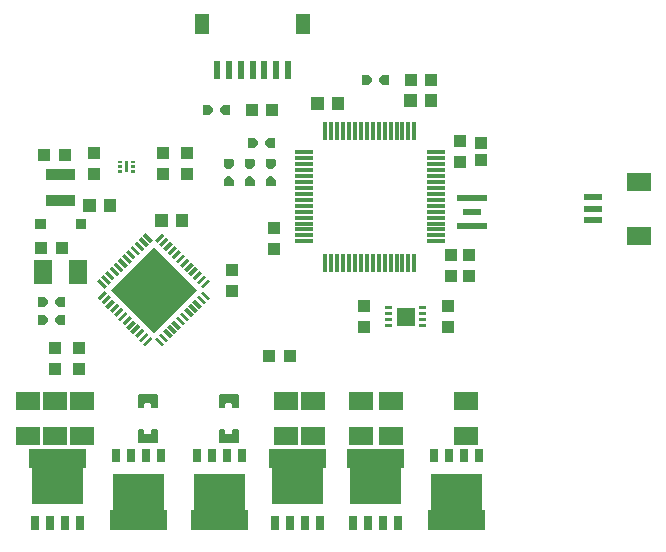
<source format=gtp>
G04 Layer: TopPasteMaskLayer*
G04 EasyEDA v6.4.17, 2021-03-02T09:49:47--3:00*
G04 75982556833f470fbfa1e054b907e15e,59636247558045d2802cba280e4ac9d9,10*
G04 Gerber Generator version 0.2*
G04 Scale: 100 percent, Rotated: No, Reflected: No *
G04 Dimensions in inches *
G04 leading zeros omitted , absolute positions ,3 integer and 6 decimal *
%FSLAX36Y36*%
%MOIN*%

%ADD18R,0.0610X0.0236*%
%ADD19R,0.0787X0.0591*%
%ADD20R,0.0433X0.0394*%
%ADD22R,0.0430X0.0390*%
%ADD23R,0.0236X0.0610*%
%ADD24R,0.0472X0.0709*%
%ADD29R,0.0984X0.0197*%
%ADD30R,0.0630X0.0197*%
%ADD31R,0.0120X0.0630*%
%ADD32R,0.0630X0.0120*%
%ADD39R,0.0787X0.0591*%
%ADD40R,0.0413X0.0425*%
%ADD41R,0.0425X0.0413*%
%ADD42R,0.0591X0.0787*%

%LPD*%
G36*
X-574480Y195539D02*
G01*
X-577000Y193020D01*
X-577000Y173200D01*
X-565440Y162399D01*
X-554560Y162399D01*
X-543000Y173200D01*
X-543000Y193020D01*
X-545520Y195539D01*
G37*
G36*
X-565440Y137600D02*
G01*
X-577000Y126800D01*
X-577000Y106980D01*
X-574480Y104460D01*
X-545520Y104460D01*
X-543000Y106980D01*
X-543000Y126800D01*
X-554560Y137600D01*
G37*
G36*
X-504480Y195539D02*
G01*
X-507000Y193020D01*
X-507000Y173200D01*
X-495439Y162399D01*
X-484560Y162399D01*
X-473000Y173200D01*
X-473000Y193020D01*
X-475520Y195539D01*
G37*
G36*
X-495439Y137600D02*
G01*
X-507000Y126800D01*
X-507000Y106980D01*
X-504480Y104460D01*
X-475520Y104460D01*
X-473000Y106980D01*
X-473000Y126800D01*
X-484560Y137600D01*
G37*
G36*
X-563020Y267000D02*
G01*
X-565540Y264480D01*
X-565540Y235520D01*
X-563020Y233000D01*
X-543200Y233000D01*
X-532400Y244560D01*
X-532400Y255440D01*
X-543200Y267000D01*
G37*
G36*
X-496800Y267000D02*
G01*
X-507600Y255440D01*
X-507600Y244560D01*
X-496800Y233000D01*
X-476980Y233000D01*
X-474460Y235520D01*
X-474460Y264480D01*
X-476980Y267000D01*
G37*
G36*
X-659539Y-704440D02*
G01*
X-663480Y-708379D01*
X-663480Y-748060D01*
X-659539Y-751979D01*
X-600460Y-751979D01*
X-596520Y-748060D01*
X-596520Y-708379D01*
X-600460Y-704440D01*
X-614680Y-704440D01*
X-618620Y-708379D01*
X-618620Y-716680D01*
X-622560Y-720620D01*
X-637440Y-720620D01*
X-641380Y-716680D01*
X-641380Y-708379D01*
X-645320Y-704440D01*
G37*
G36*
X-659539Y-588020D02*
G01*
X-663480Y-591940D01*
X-663480Y-631620D01*
X-659539Y-635560D01*
X-645320Y-635560D01*
X-641380Y-631620D01*
X-641380Y-623320D01*
X-637440Y-619380D01*
X-622560Y-619380D01*
X-618620Y-623320D01*
X-618620Y-631620D01*
X-614680Y-635560D01*
X-600460Y-635560D01*
X-596520Y-631620D01*
X-596520Y-591940D01*
X-600460Y-588020D01*
G37*
G36*
X-929539Y-704440D02*
G01*
X-933480Y-708379D01*
X-933480Y-748060D01*
X-929539Y-751979D01*
X-870460Y-751979D01*
X-866520Y-748060D01*
X-866520Y-708379D01*
X-870460Y-704440D01*
X-884680Y-704440D01*
X-888620Y-708379D01*
X-888620Y-716680D01*
X-892560Y-720620D01*
X-907440Y-720620D01*
X-911380Y-716680D01*
X-911380Y-708379D01*
X-915320Y-704440D01*
G37*
G36*
X-929539Y-588020D02*
G01*
X-933480Y-591940D01*
X-933480Y-631620D01*
X-929539Y-635560D01*
X-915320Y-635560D01*
X-911380Y-631620D01*
X-911380Y-623320D01*
X-907440Y-619380D01*
X-892560Y-619380D01*
X-888620Y-623320D01*
X-888620Y-631620D01*
X-884680Y-635560D01*
X-870460Y-635560D01*
X-866520Y-631620D01*
X-866520Y-591940D01*
X-870460Y-588020D01*
G37*
G36*
X-183020Y477000D02*
G01*
X-185539Y474480D01*
X-185539Y445520D01*
X-183020Y443000D01*
X-163200Y443000D01*
X-152400Y454560D01*
X-152400Y465439D01*
X-163200Y477000D01*
G37*
G36*
X-116800Y477000D02*
G01*
X-127600Y465439D01*
X-127600Y454560D01*
X-116800Y443000D01*
X-96980Y443000D01*
X-94460Y445520D01*
X-94460Y474480D01*
X-96980Y477000D01*
G37*
G36*
X-1263020Y-263000D02*
G01*
X-1265540Y-265520D01*
X-1265540Y-294480D01*
X-1263020Y-297000D01*
X-1243200Y-297000D01*
X-1232400Y-285440D01*
X-1232400Y-274560D01*
X-1243200Y-263000D01*
G37*
G36*
X-1196800Y-263000D02*
G01*
X-1207600Y-274560D01*
X-1207600Y-285440D01*
X-1196800Y-297000D01*
X-1176980Y-297000D01*
X-1174460Y-294480D01*
X-1174460Y-265520D01*
X-1176980Y-263000D01*
G37*
G36*
X-1196800Y-323000D02*
G01*
X-1207600Y-334560D01*
X-1207600Y-345439D01*
X-1196800Y-357000D01*
X-1176980Y-357000D01*
X-1174460Y-354480D01*
X-1174460Y-325520D01*
X-1176980Y-323000D01*
G37*
G36*
X-1263020Y-323000D02*
G01*
X-1265540Y-325520D01*
X-1265540Y-354480D01*
X-1263020Y-357000D01*
X-1243200Y-357000D01*
X-1232400Y-345439D01*
X-1232400Y-334560D01*
X-1243200Y-323000D01*
G37*
G36*
X-635440Y137600D02*
G01*
X-647000Y126800D01*
X-647000Y106980D01*
X-644479Y104460D01*
X-615520Y104460D01*
X-613000Y106980D01*
X-613000Y126800D01*
X-624560Y137600D01*
G37*
G36*
X-644479Y195539D02*
G01*
X-647000Y193020D01*
X-647000Y173200D01*
X-635440Y162399D01*
X-624560Y162399D01*
X-613000Y173200D01*
X-613000Y193020D01*
X-615520Y195539D01*
G37*
G36*
X-713020Y377000D02*
G01*
X-715540Y374480D01*
X-715540Y345520D01*
X-713020Y343000D01*
X-693199Y343000D01*
X-682400Y354560D01*
X-682400Y365439D01*
X-693199Y377000D01*
G37*
G36*
X-646800Y377000D02*
G01*
X-657600Y365439D01*
X-657600Y354560D01*
X-646800Y343000D01*
X-626980Y343000D01*
X-624460Y345520D01*
X-624460Y374480D01*
X-626980Y377000D01*
G37*
D18*
G01*
X583720Y-9370D03*
G01*
X583720Y30000D03*
G01*
X583720Y69369D03*
D19*
G01*
X736279Y120550D03*
G01*
X736279Y-60550D03*
D20*
G01*
X210000Y247560D03*
G01*
X210000Y192440D03*
G36*
X-1239213Y161024D02*
G01*
X-1140787Y161024D01*
X-1140787Y125591D01*
X-1239213Y125591D01*
G37*
G36*
X-1239213Y74408D02*
G01*
X-1140787Y74408D01*
X-1140787Y38976D01*
X-1239213Y38976D01*
G37*
D22*
G01*
X-486500Y360000D03*
G01*
X-553500Y360000D03*
G01*
X-23500Y460000D03*
G01*
X43500Y460000D03*
D23*
G01*
X-431890Y493720D03*
G01*
X-471260Y493720D03*
G01*
X-510630Y493720D03*
G01*
X-550000Y493720D03*
G01*
X-589370Y493720D03*
G01*
X-628740Y493720D03*
D24*
G01*
X-380710Y646280D03*
G01*
X-719290Y646280D03*
D23*
G01*
X-668110Y493720D03*
G36*
X-1238800Y-994860D02*
G01*
X-1211200Y-994860D01*
X-1211200Y-1040060D01*
X-1238800Y-1040060D01*
G37*
G36*
X-1288800Y-994665D02*
G01*
X-1261200Y-994665D01*
X-1261200Y-1039865D01*
X-1288800Y-1039865D01*
G37*
G36*
X-1188800Y-994860D02*
G01*
X-1161200Y-994860D01*
X-1161200Y-1040060D01*
X-1188800Y-1040060D01*
G37*
G36*
X-1138800Y-994665D02*
G01*
X-1111200Y-994665D01*
X-1111200Y-1039865D01*
X-1138800Y-1039865D01*
G37*
G36*
X-1105512Y-770022D02*
G01*
X-1294488Y-770022D01*
X-1294488Y-834982D01*
X-1284646Y-834982D01*
X-1284646Y-955061D01*
X-1115355Y-955061D01*
X-1115355Y-834982D01*
X-1105512Y-834982D01*
G37*
G36*
X-891200Y-815140D02*
G01*
X-918800Y-815140D01*
X-918800Y-769940D01*
X-891200Y-769940D01*
G37*
G36*
X-841200Y-815335D02*
G01*
X-868800Y-815335D01*
X-868800Y-770134D01*
X-841200Y-770134D01*
G37*
G36*
X-941200Y-815140D02*
G01*
X-968800Y-815140D01*
X-968800Y-769940D01*
X-941200Y-769940D01*
G37*
G36*
X-991200Y-815335D02*
G01*
X-1018800Y-815335D01*
X-1018800Y-770134D01*
X-991200Y-770134D01*
G37*
G36*
X-1024488Y-1039978D02*
G01*
X-835512Y-1039978D01*
X-835512Y-975018D01*
X-845354Y-975018D01*
X-845354Y-854939D01*
X-1014645Y-854939D01*
X-1014645Y-975018D01*
X-1024488Y-975018D01*
G37*
G36*
X-438800Y-994860D02*
G01*
X-411200Y-994860D01*
X-411200Y-1040060D01*
X-438800Y-1040060D01*
G37*
G36*
X-488800Y-994665D02*
G01*
X-461200Y-994665D01*
X-461200Y-1039865D01*
X-488800Y-1039865D01*
G37*
G36*
X-388799Y-994860D02*
G01*
X-361200Y-994860D01*
X-361200Y-1040060D01*
X-388799Y-1040060D01*
G37*
G36*
X-338799Y-994665D02*
G01*
X-311200Y-994665D01*
X-311200Y-1039865D01*
X-338799Y-1039865D01*
G37*
G36*
X-305512Y-770022D02*
G01*
X-494488Y-770022D01*
X-494488Y-834982D01*
X-484646Y-834982D01*
X-484646Y-955061D01*
X-315355Y-955061D01*
X-315355Y-834982D01*
X-305512Y-834982D01*
G37*
G36*
X-621200Y-815140D02*
G01*
X-648800Y-815140D01*
X-648800Y-769940D01*
X-621200Y-769940D01*
G37*
G36*
X-571200Y-815335D02*
G01*
X-598800Y-815335D01*
X-598800Y-770134D01*
X-571200Y-770134D01*
G37*
G36*
X-671200Y-815140D02*
G01*
X-698800Y-815140D01*
X-698800Y-769940D01*
X-671200Y-769940D01*
G37*
G36*
X-721200Y-815335D02*
G01*
X-748800Y-815335D01*
X-748800Y-770134D01*
X-721200Y-770134D01*
G37*
G36*
X-754488Y-1039978D02*
G01*
X-565512Y-1039978D01*
X-565512Y-975018D01*
X-575354Y-975018D01*
X-575354Y-854939D01*
X-744645Y-854939D01*
X-744645Y-975018D01*
X-754488Y-975018D01*
G37*
G36*
X-178800Y-994860D02*
G01*
X-151199Y-994860D01*
X-151199Y-1040060D01*
X-178800Y-1040060D01*
G37*
G36*
X-228800Y-994665D02*
G01*
X-201199Y-994665D01*
X-201199Y-1039865D01*
X-228800Y-1039865D01*
G37*
G36*
X-128800Y-994860D02*
G01*
X-101199Y-994860D01*
X-101199Y-1040060D01*
X-128800Y-1040060D01*
G37*
G36*
X-78800Y-994665D02*
G01*
X-51199Y-994665D01*
X-51199Y-1039865D01*
X-78800Y-1039865D01*
G37*
G36*
X-45512Y-770022D02*
G01*
X-234487Y-770022D01*
X-234487Y-834982D01*
X-224645Y-834982D01*
X-224645Y-955061D01*
X-55354Y-955061D01*
X-55354Y-834982D01*
X-45512Y-834982D01*
G37*
G36*
X168799Y-815140D02*
G01*
X141200Y-815140D01*
X141200Y-769940D01*
X168799Y-769940D01*
G37*
G36*
X218799Y-815335D02*
G01*
X191200Y-815335D01*
X191200Y-770134D01*
X218799Y-770134D01*
G37*
G36*
X118799Y-815140D02*
G01*
X91200Y-815140D01*
X91200Y-769940D01*
X118799Y-769940D01*
G37*
G36*
X68800Y-815335D02*
G01*
X41199Y-815335D01*
X41199Y-770134D01*
X68800Y-770134D01*
G37*
G36*
X35512Y-1039978D02*
G01*
X224488Y-1039978D01*
X224488Y-975018D01*
X214646Y-975018D01*
X214646Y-854939D01*
X45354Y-854939D01*
X45354Y-975018D01*
X35512Y-975018D01*
G37*
D29*
G01*
X180000Y-27199D03*
D30*
G01*
X180000Y20000D03*
D29*
G01*
X180000Y67199D03*
D31*
G01*
X-307500Y-150500D03*
G01*
X-287500Y-150500D03*
G01*
X-267500Y-150500D03*
G01*
X-248500Y-150500D03*
G01*
X-228500Y-150500D03*
G01*
X-208500Y-150500D03*
G01*
X-189500Y-150500D03*
G01*
X-169500Y-150500D03*
G01*
X-149500Y-150500D03*
G01*
X-130499Y-150500D03*
G01*
X-110499Y-150500D03*
G01*
X-90499Y-150500D03*
G01*
X-70499Y-150500D03*
G01*
X-51499Y-150500D03*
G01*
X-31499Y-150500D03*
G01*
X-11499Y-150500D03*
D32*
G01*
X-380500Y217500D03*
G01*
X-380500Y197500D03*
G01*
X-380500Y177500D03*
G01*
X-380500Y158500D03*
G01*
X-380500Y138500D03*
G01*
X-380500Y118500D03*
G01*
X-380500Y99500D03*
G01*
X-380500Y79500D03*
G01*
X-380500Y59500D03*
G01*
X-380500Y40500D03*
G01*
X-380500Y20500D03*
G01*
X-380500Y500D03*
G01*
X-380500Y-19499D03*
G01*
X-380500Y-38500D03*
G01*
X-380500Y-58500D03*
G01*
X-380500Y-78500D03*
D31*
G01*
X-307500Y290500D03*
G01*
X-287500Y290500D03*
G01*
X-267500Y290500D03*
G01*
X-248500Y290500D03*
G01*
X-228500Y290500D03*
G01*
X-208500Y290500D03*
G01*
X-189500Y290500D03*
G01*
X-169500Y290500D03*
G01*
X-149500Y290500D03*
G01*
X-130499Y290500D03*
G01*
X-110499Y290500D03*
G01*
X-90499Y290500D03*
G01*
X-70499Y290500D03*
G01*
X-51499Y290500D03*
G01*
X-31499Y290500D03*
G01*
X-11499Y290500D03*
D32*
G01*
X60499Y217500D03*
G01*
X60499Y197500D03*
G01*
X60499Y177500D03*
G01*
X60499Y158500D03*
G01*
X60499Y138500D03*
G01*
X60499Y118500D03*
G01*
X60499Y99500D03*
G01*
X60499Y79500D03*
G01*
X60499Y59500D03*
G01*
X60499Y40500D03*
G01*
X60499Y20500D03*
G01*
X60499Y500D03*
G01*
X60499Y-19499D03*
G01*
X60499Y-38500D03*
G01*
X60499Y-58500D03*
G01*
X60499Y-78500D03*
G36*
X-1068539Y-267453D02*
G01*
X-1044887Y-243801D01*
X-1036543Y-252145D01*
X-1060196Y-275797D01*
G37*
G36*
X-1055104Y-280888D02*
G01*
X-1031452Y-257236D01*
X-1023108Y-265580D01*
X-1046760Y-289232D01*
G37*
G36*
X-1040962Y-295031D02*
G01*
X-1017310Y-271378D01*
X-1008966Y-279722D01*
X-1032617Y-303374D01*
G37*
G36*
X-1026819Y-309173D02*
G01*
X-1003167Y-285520D01*
X-994824Y-293864D01*
X-1018476Y-317517D01*
G37*
G36*
X-1013385Y-322608D02*
G01*
X-989731Y-298955D01*
X-981389Y-307299D01*
X-1005040Y-330952D01*
G37*
G36*
X-999243Y-336750D02*
G01*
X-975590Y-313097D01*
X-967246Y-321441D01*
X-990899Y-345094D01*
G37*
G36*
X-985101Y-350892D02*
G01*
X-961448Y-327239D01*
X-953104Y-335583D01*
X-976757Y-359236D01*
G37*
G36*
X-970959Y-365034D02*
G01*
X-947306Y-341381D01*
X-938961Y-349724D01*
X-962615Y-373378D01*
G37*
G36*
X-957524Y-378469D02*
G01*
X-933871Y-354816D01*
X-925527Y-363160D01*
X-949180Y-386813D01*
G37*
G36*
X-943382Y-392611D02*
G01*
X-919729Y-368959D01*
X-911384Y-377301D01*
X-935038Y-400955D01*
G37*
G36*
X-929239Y-406753D02*
G01*
X-905587Y-383101D01*
X-897243Y-391445D01*
X-920895Y-415097D01*
G37*
G36*
X-915804Y-420188D02*
G01*
X-892152Y-396536D01*
X-883807Y-404880D01*
X-907460Y-428532D01*
G37*
G36*
X-852518Y-428603D02*
G01*
X-876242Y-404880D01*
X-867898Y-396536D01*
X-844174Y-420259D01*
G37*
G36*
X-839083Y-415168D02*
G01*
X-862807Y-391445D01*
X-854463Y-383101D01*
X-830739Y-406824D01*
G37*
G36*
X-824941Y-401026D02*
G01*
X-848665Y-377301D01*
X-840321Y-368959D01*
X-816597Y-392682D01*
G37*
G36*
X-810799Y-386884D02*
G01*
X-834522Y-363160D01*
X-826178Y-354816D01*
X-802455Y-378540D01*
G37*
G36*
X-797364Y-373449D02*
G01*
X-821087Y-349724D01*
X-812744Y-341381D01*
X-789020Y-365105D01*
G37*
G36*
X-783222Y-359307D02*
G01*
X-806945Y-335583D01*
X-798601Y-327239D01*
X-774878Y-350963D01*
G37*
G36*
X-769080Y-345164D02*
G01*
X-792803Y-321441D01*
X-784459Y-313097D01*
X-760736Y-336821D01*
G37*
G36*
X-754937Y-331021D02*
G01*
X-778661Y-307299D01*
X-770317Y-298955D01*
X-746594Y-322678D01*
G37*
G36*
X-741503Y-317587D02*
G01*
X-765226Y-293864D01*
X-756882Y-285520D01*
X-733159Y-309243D01*
G37*
G36*
X-727360Y-303445D02*
G01*
X-751084Y-279722D01*
X-742740Y-271378D01*
X-719017Y-295101D01*
G37*
G36*
X-713218Y-289303D02*
G01*
X-736942Y-265580D01*
X-728598Y-257236D01*
X-704874Y-280959D01*
G37*
G36*
X-699783Y-275868D02*
G01*
X-723507Y-252145D01*
X-715163Y-243801D01*
X-691439Y-267524D01*
G37*
G36*
X-723507Y-227891D02*
G01*
X-699783Y-204167D01*
X-691439Y-212511D01*
X-715163Y-236235D01*
G37*
G36*
X-736942Y-214456D02*
G01*
X-713218Y-190732D01*
X-704874Y-199076D01*
X-728598Y-222800D01*
G37*
G36*
X-751084Y-200313D02*
G01*
X-727360Y-176590D01*
X-719017Y-184934D01*
X-742740Y-208657D01*
G37*
G36*
X-765226Y-186171D02*
G01*
X-741503Y-162447D01*
X-733159Y-170792D01*
X-756882Y-194515D01*
G37*
G36*
X-778661Y-172736D02*
G01*
X-754937Y-149013D01*
X-746594Y-157357D01*
X-770317Y-181080D01*
G37*
G36*
X-792803Y-158594D02*
G01*
X-769080Y-134871D01*
X-760736Y-143215D01*
X-784459Y-166938D01*
G37*
G36*
X-806945Y-144452D02*
G01*
X-783222Y-120728D01*
X-774878Y-129073D01*
X-798601Y-152796D01*
G37*
G36*
X-821087Y-130310D02*
G01*
X-797364Y-106587D01*
X-789020Y-114930D01*
X-812744Y-138654D01*
G37*
G36*
X-834522Y-116875D02*
G01*
X-810799Y-93152D01*
X-802455Y-101495D01*
X-826178Y-125219D01*
G37*
G36*
X-848665Y-102732D02*
G01*
X-824941Y-79009D01*
X-816597Y-87352D01*
X-840321Y-111077D01*
G37*
G36*
X-862807Y-88591D02*
G01*
X-839083Y-64866D01*
X-830739Y-73211D01*
X-854463Y-96935D01*
G37*
G36*
X-876242Y-75155D02*
G01*
X-852518Y-51432D01*
X-844174Y-59775D01*
X-867898Y-83500D01*
G37*
G36*
X-892152Y-83500D02*
G01*
X-915875Y-59775D01*
X-907531Y-51432D01*
X-883807Y-75155D01*
G37*
G36*
X-905587Y-96935D02*
G01*
X-929310Y-73211D01*
X-920966Y-64866D01*
X-897243Y-88591D01*
G37*
G36*
X-919729Y-111077D02*
G01*
X-943452Y-87352D01*
X-935108Y-79009D01*
X-911384Y-102732D01*
G37*
G36*
X-933871Y-125219D02*
G01*
X-957594Y-101495D01*
X-949251Y-93152D01*
X-925527Y-116875D01*
G37*
G36*
X-947306Y-138654D02*
G01*
X-971029Y-114930D01*
X-962685Y-106587D01*
X-938961Y-130310D01*
G37*
G36*
X-961448Y-152796D02*
G01*
X-985172Y-129073D01*
X-976828Y-120728D01*
X-953104Y-144452D01*
G37*
G36*
X-975590Y-166938D02*
G01*
X-999314Y-143215D01*
X-990970Y-134871D01*
X-967246Y-158594D01*
G37*
G36*
X-989731Y-181080D02*
G01*
X-1013455Y-157357D01*
X-1005112Y-149013D01*
X-981389Y-172736D01*
G37*
G36*
X-1003167Y-194515D02*
G01*
X-1026891Y-170792D01*
X-1018547Y-162447D01*
X-994824Y-186171D01*
G37*
G36*
X-1017310Y-208657D02*
G01*
X-1041032Y-184934D01*
X-1032689Y-176590D01*
X-1008966Y-200313D01*
G37*
G36*
X-1031452Y-222800D02*
G01*
X-1055175Y-199076D01*
X-1046831Y-190732D01*
X-1023108Y-214456D01*
G37*
G36*
X-1044887Y-236235D02*
G01*
X-1068610Y-212511D01*
X-1060266Y-204167D01*
X-1036543Y-227891D01*
G37*
G36*
X-1023425Y-240018D02*
G01*
X-880025Y-96616D01*
X-736623Y-240018D01*
X-880025Y-383419D01*
G37*
G36*
X-107323Y-294961D02*
G01*
X-84290Y-294961D01*
X-84290Y-305984D01*
X-107323Y-305984D01*
G37*
G36*
X-107323Y-314646D02*
G01*
X-84290Y-314646D01*
X-84290Y-325669D01*
X-107323Y-325669D01*
G37*
G36*
X-107323Y-334330D02*
G01*
X-84290Y-334330D01*
X-84290Y-345353D01*
X-107323Y-345353D01*
G37*
G36*
X-107323Y-354016D02*
G01*
X-84290Y-354016D01*
X-84290Y-365039D01*
X-107323Y-365039D01*
G37*
G36*
X27323Y-354016D02*
G01*
X4290Y-354016D01*
X4290Y-365039D01*
X27323Y-365039D01*
G37*
G36*
X27323Y-334330D02*
G01*
X4290Y-334330D01*
X4290Y-345353D01*
X27323Y-345353D01*
G37*
G36*
X27323Y-314646D02*
G01*
X4290Y-314646D01*
X4290Y-325669D01*
X27323Y-325669D01*
G37*
G36*
X27323Y-294961D02*
G01*
X4290Y-294961D01*
X4290Y-305984D01*
X27323Y-305984D01*
G37*
G36*
X-70512Y-300472D02*
G01*
X-9487Y-300472D01*
X-9487Y-359527D01*
X-70512Y-359527D01*
G37*
G36*
X-941658Y149842D02*
G01*
X-955241Y149842D01*
X-955241Y158661D01*
X-941658Y158661D01*
G37*
G36*
X-941658Y165591D02*
G01*
X-955241Y165591D01*
X-955241Y174409D01*
X-941658Y174409D01*
G37*
G36*
X-941658Y181338D02*
G01*
X-955241Y181338D01*
X-955241Y190157D01*
X-941658Y190157D01*
G37*
G36*
X-998350Y181338D02*
G01*
X-984769Y181338D01*
X-984769Y190157D01*
X-998350Y190157D01*
G37*
G36*
X-998350Y165591D02*
G01*
X-984769Y165591D01*
X-984769Y174409D01*
X-998350Y174409D01*
G37*
G36*
X-998350Y149842D02*
G01*
X-984769Y149842D01*
X-984769Y158661D01*
X-998350Y158661D01*
G37*
G36*
X-964098Y151496D02*
G01*
X-975911Y151496D01*
X-975911Y188504D01*
X-964098Y188504D01*
G37*
D39*
G01*
X-440000Y-729000D03*
G01*
X-440000Y-611000D03*
D40*
G01*
X-1186000Y-100000D03*
G01*
X-1254000Y-100000D03*
G01*
X-1176000Y210000D03*
G01*
X-1244000Y210000D03*
G36*
X-1114649Y61250D02*
G01*
X-1073350Y61250D01*
X-1073350Y18750D01*
X-1114649Y18750D01*
G37*
G36*
X-1046649Y61250D02*
G01*
X-1005351Y61250D01*
X-1005351Y18750D01*
X-1046649Y18750D01*
G37*
D41*
G01*
X-1210000Y-504000D03*
G01*
X-1210000Y-436000D03*
G01*
X-1130000Y-504000D03*
G01*
X-1130000Y-436000D03*
G36*
X-874650Y11250D02*
G01*
X-833350Y11250D01*
X-833350Y-31250D01*
X-874650Y-31250D01*
G37*
G36*
X-806649Y11250D02*
G01*
X-765350Y11250D01*
X-765350Y-31250D01*
X-806649Y-31250D01*
G37*
D39*
G01*
X-1120000Y-729000D03*
G01*
X-1120000Y-611000D03*
G36*
X-354650Y401250D02*
G01*
X-313350Y401250D01*
X-313350Y358750D01*
X-354650Y358750D01*
G37*
G36*
X-286650Y401250D02*
G01*
X-245350Y401250D01*
X-245350Y358750D01*
X-286650Y358750D01*
G37*
D41*
G01*
X170000Y-126000D03*
G01*
X170000Y-194000D03*
D39*
G01*
X-1210000Y-729000D03*
G01*
X-1210000Y-611000D03*
G01*
X-190000Y-729000D03*
G01*
X-190000Y-611000D03*
G01*
X-90000Y-729000D03*
G01*
X-90000Y-611000D03*
G01*
X-350000Y-729000D03*
G01*
X-350000Y-611000D03*
G01*
X-1300000Y-729000D03*
G01*
X-1300000Y-611000D03*
G01*
X160000Y-611000D03*
G01*
X160000Y-729000D03*
D42*
G01*
X-1131000Y-180000D03*
G01*
X-1249000Y-180000D03*
D40*
G01*
X-426000Y-460000D03*
G01*
X-494000Y-460000D03*
D41*
G01*
X-850000Y146000D03*
G01*
X-850000Y214000D03*
G01*
X-770000Y146000D03*
G01*
X-770000Y214000D03*
G36*
X-44650Y411250D02*
G01*
X-3350Y411250D01*
X-3350Y368750D01*
X-44650Y368750D01*
G37*
G36*
X23350Y411250D02*
G01*
X64650Y411250D01*
X64650Y368750D01*
X23350Y368750D01*
G37*
G01*
X110000Y-126000D03*
G01*
X110000Y-194000D03*
G01*
X-480000Y-103999D03*
G01*
X-480000Y-36000D03*
G01*
X100000Y-364000D03*
G01*
X100000Y-296000D03*
G01*
X-180000Y-364000D03*
G01*
X-180000Y-296000D03*
G01*
X140000Y186000D03*
G01*
X140000Y254000D03*
G36*
X-1140000Y-3000D02*
G01*
X-1106000Y-3000D01*
X-1106000Y-36999D01*
X-1140000Y-36999D01*
G37*
G36*
X-1274000Y-3000D02*
G01*
X-1240000Y-3000D01*
X-1240000Y-36999D01*
X-1274000Y-36999D01*
G37*
G01*
X-1080000Y146000D03*
G01*
X-1080000Y214000D03*
G01*
X-620000Y-176000D03*
G01*
X-620000Y-244000D03*
M02*

</source>
